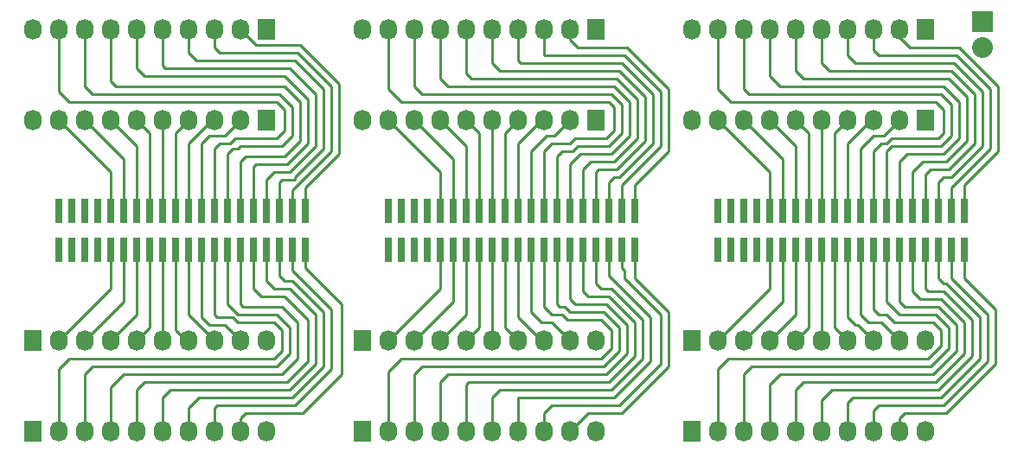
<source format=gtl>
G04 #@! TF.FileFunction,Copper,L1,Top*
%FSLAX46Y46*%
G04 Gerber Fmt 4.6, Leading zero omitted, Abs format (unit mm)*
G04 Created by KiCad (PCBNEW 4.0.0-rc2-stable) date Fri 13 Nov 2015 02:52:16 PM MST*
%MOMM*%
G01*
G04 APERTURE LIST*
%ADD10C,0.150000*%
%ADD11R,2.032000X2.032000*%
%ADD12O,2.032000X2.032000*%
%ADD13R,0.760000X2.400000*%
%ADD14R,1.727200X2.032000*%
%ADD15O,1.727200X2.032000*%
%ADD16C,0.254000*%
G04 APERTURE END LIST*
D10*
D11*
X204978000Y-73152000D03*
D12*
X204978000Y-75692000D03*
D13*
X114554000Y-95504000D03*
X114554000Y-91694000D03*
X115824000Y-91694000D03*
X115824000Y-95504000D03*
X118364000Y-95504000D03*
X118364000Y-91694000D03*
X117094000Y-91694000D03*
X117094000Y-95504000D03*
X119634000Y-91694000D03*
X119634000Y-95504000D03*
X125984000Y-95504000D03*
X125984000Y-91694000D03*
X123444000Y-95504000D03*
X123444000Y-91694000D03*
X124714000Y-91694000D03*
X124714000Y-95504000D03*
X122174000Y-95504000D03*
X122174000Y-91694000D03*
X120904000Y-91694000D03*
X120904000Y-95504000D03*
X133604000Y-95504000D03*
X133604000Y-91694000D03*
X134874000Y-91694000D03*
X134874000Y-95504000D03*
X137414000Y-95504000D03*
X137414000Y-91694000D03*
X136144000Y-91694000D03*
X136144000Y-95504000D03*
X138684000Y-91694000D03*
X138684000Y-95504000D03*
X132334000Y-95504000D03*
X132334000Y-91694000D03*
X129794000Y-95504000D03*
X129794000Y-91694000D03*
X131064000Y-91694000D03*
X131064000Y-95504000D03*
X128524000Y-95504000D03*
X128524000Y-91694000D03*
X127254000Y-91694000D03*
X127254000Y-95504000D03*
X146812000Y-95504000D03*
X146812000Y-91694000D03*
X148082000Y-91694000D03*
X148082000Y-95504000D03*
X150622000Y-95504000D03*
X150622000Y-91694000D03*
X149352000Y-91694000D03*
X149352000Y-95504000D03*
X151892000Y-91694000D03*
X151892000Y-95504000D03*
X158242000Y-95504000D03*
X158242000Y-91694000D03*
X155702000Y-95504000D03*
X155702000Y-91694000D03*
X156972000Y-91694000D03*
X156972000Y-95504000D03*
X154432000Y-95504000D03*
X154432000Y-91694000D03*
X153162000Y-91694000D03*
X153162000Y-95504000D03*
X165862000Y-95504000D03*
X165862000Y-91694000D03*
X167132000Y-91694000D03*
X167132000Y-95504000D03*
X169672000Y-95504000D03*
X169672000Y-91694000D03*
X168402000Y-91694000D03*
X168402000Y-95504000D03*
X170942000Y-91694000D03*
X170942000Y-95504000D03*
X164592000Y-95504000D03*
X164592000Y-91694000D03*
X162052000Y-95504000D03*
X162052000Y-91694000D03*
X163322000Y-91694000D03*
X163322000Y-95504000D03*
X160782000Y-95504000D03*
X160782000Y-91694000D03*
X159512000Y-91694000D03*
X159512000Y-95504000D03*
X179070000Y-95504000D03*
X179070000Y-91694000D03*
X180340000Y-91694000D03*
X180340000Y-95504000D03*
X182880000Y-95504000D03*
X182880000Y-91694000D03*
X181610000Y-91694000D03*
X181610000Y-95504000D03*
X184150000Y-91694000D03*
X184150000Y-95504000D03*
X190500000Y-95504000D03*
X190500000Y-91694000D03*
X187960000Y-95504000D03*
X187960000Y-91694000D03*
X189230000Y-91694000D03*
X189230000Y-95504000D03*
X186690000Y-95504000D03*
X186690000Y-91694000D03*
X185420000Y-91694000D03*
X185420000Y-95504000D03*
X198120000Y-95504000D03*
X198120000Y-91694000D03*
X199390000Y-91694000D03*
X199390000Y-95504000D03*
X201930000Y-95504000D03*
X201930000Y-91694000D03*
X200660000Y-91694000D03*
X200660000Y-95504000D03*
X203200000Y-91694000D03*
X203200000Y-95504000D03*
X196850000Y-95504000D03*
X196850000Y-91694000D03*
X194310000Y-95504000D03*
X194310000Y-91694000D03*
X195580000Y-91694000D03*
X195580000Y-95504000D03*
X193040000Y-95504000D03*
X193040000Y-91694000D03*
X191770000Y-91694000D03*
X191770000Y-95504000D03*
D14*
X112014000Y-104394000D03*
D15*
X114554000Y-104394000D03*
X117094000Y-104394000D03*
X119634000Y-104394000D03*
X122174000Y-104394000D03*
X124714000Y-104394000D03*
X127254000Y-104394000D03*
X129794000Y-104394000D03*
X132334000Y-104394000D03*
X134874000Y-104394000D03*
D14*
X112014000Y-113284000D03*
D15*
X114554000Y-113284000D03*
X117094000Y-113284000D03*
X119634000Y-113284000D03*
X122174000Y-113284000D03*
X124714000Y-113284000D03*
X127254000Y-113284000D03*
X129794000Y-113284000D03*
X132334000Y-113284000D03*
X134874000Y-113284000D03*
D14*
X134874000Y-82804000D03*
D15*
X132334000Y-82804000D03*
X129794000Y-82804000D03*
X127254000Y-82804000D03*
X124714000Y-82804000D03*
X122174000Y-82804000D03*
X119634000Y-82804000D03*
X117094000Y-82804000D03*
X114554000Y-82804000D03*
X112014000Y-82804000D03*
D14*
X134874000Y-73914000D03*
D15*
X132334000Y-73914000D03*
X129794000Y-73914000D03*
X127254000Y-73914000D03*
X124714000Y-73914000D03*
X122174000Y-73914000D03*
X119634000Y-73914000D03*
X117094000Y-73914000D03*
X114554000Y-73914000D03*
X112014000Y-73914000D03*
D14*
X144272000Y-104394000D03*
D15*
X146812000Y-104394000D03*
X149352000Y-104394000D03*
X151892000Y-104394000D03*
X154432000Y-104394000D03*
X156972000Y-104394000D03*
X159512000Y-104394000D03*
X162052000Y-104394000D03*
X164592000Y-104394000D03*
X167132000Y-104394000D03*
D14*
X144272000Y-113284000D03*
D15*
X146812000Y-113284000D03*
X149352000Y-113284000D03*
X151892000Y-113284000D03*
X154432000Y-113284000D03*
X156972000Y-113284000D03*
X159512000Y-113284000D03*
X162052000Y-113284000D03*
X164592000Y-113284000D03*
X167132000Y-113284000D03*
D14*
X167132000Y-82804000D03*
D15*
X164592000Y-82804000D03*
X162052000Y-82804000D03*
X159512000Y-82804000D03*
X156972000Y-82804000D03*
X154432000Y-82804000D03*
X151892000Y-82804000D03*
X149352000Y-82804000D03*
X146812000Y-82804000D03*
X144272000Y-82804000D03*
D14*
X167132000Y-73914000D03*
D15*
X164592000Y-73914000D03*
X162052000Y-73914000D03*
X159512000Y-73914000D03*
X156972000Y-73914000D03*
X154432000Y-73914000D03*
X151892000Y-73914000D03*
X149352000Y-73914000D03*
X146812000Y-73914000D03*
X144272000Y-73914000D03*
D14*
X176530000Y-104394000D03*
D15*
X179070000Y-104394000D03*
X181610000Y-104394000D03*
X184150000Y-104394000D03*
X186690000Y-104394000D03*
X189230000Y-104394000D03*
X191770000Y-104394000D03*
X194310000Y-104394000D03*
X196850000Y-104394000D03*
X199390000Y-104394000D03*
D14*
X176530000Y-113284000D03*
D15*
X179070000Y-113284000D03*
X181610000Y-113284000D03*
X184150000Y-113284000D03*
X186690000Y-113284000D03*
X189230000Y-113284000D03*
X191770000Y-113284000D03*
X194310000Y-113284000D03*
X196850000Y-113284000D03*
X199390000Y-113284000D03*
D14*
X199390000Y-82804000D03*
D15*
X196850000Y-82804000D03*
X194310000Y-82804000D03*
X191770000Y-82804000D03*
X189230000Y-82804000D03*
X186690000Y-82804000D03*
X184150000Y-82804000D03*
X181610000Y-82804000D03*
X179070000Y-82804000D03*
X176530000Y-82804000D03*
D14*
X199390000Y-73914000D03*
D15*
X196850000Y-73914000D03*
X194310000Y-73914000D03*
X191770000Y-73914000D03*
X189230000Y-73914000D03*
X186690000Y-73914000D03*
X184150000Y-73914000D03*
X181610000Y-73914000D03*
X179070000Y-73914000D03*
X176530000Y-73914000D03*
D16*
X119634000Y-95504000D02*
X119634000Y-99314000D01*
X119634000Y-99314000D02*
X114554000Y-104394000D01*
X120904000Y-95504000D02*
X120904000Y-100584000D01*
X120904000Y-100584000D02*
X117094000Y-104394000D01*
X122174000Y-95504000D02*
X122174000Y-101854000D01*
X122174000Y-101854000D02*
X119634000Y-104394000D01*
X123444000Y-95504000D02*
X123444000Y-103124000D01*
X123444000Y-103124000D02*
X122174000Y-104394000D01*
X124714000Y-95504000D02*
X124714000Y-104394000D01*
X125984000Y-95504000D02*
X125984000Y-103378000D01*
X125984000Y-103378000D02*
X127000000Y-104394000D01*
X127000000Y-104394000D02*
X127254000Y-104394000D01*
X127254000Y-95504000D02*
X127254000Y-101854000D01*
X127254000Y-101854000D02*
X129794000Y-104394000D01*
X128524000Y-95504000D02*
X128524000Y-102108000D01*
X130810000Y-102870000D02*
X132334000Y-104394000D01*
X129286000Y-102870000D02*
X130810000Y-102870000D01*
X128524000Y-102108000D02*
X129286000Y-102870000D01*
X129794000Y-95504000D02*
X129794000Y-101854000D01*
X114554000Y-107188000D02*
X114554000Y-113284000D01*
X115570000Y-106172000D02*
X114554000Y-107188000D01*
X135636000Y-106172000D02*
X115570000Y-106172000D01*
X136398000Y-105410000D02*
X135636000Y-106172000D01*
X136398000Y-103378000D02*
X136398000Y-105410000D01*
X135636000Y-102616000D02*
X136398000Y-103378000D01*
X132080000Y-102616000D02*
X135636000Y-102616000D01*
X131572000Y-102108000D02*
X132080000Y-102616000D01*
X130048000Y-102108000D02*
X131572000Y-102108000D01*
X129794000Y-101854000D02*
X130048000Y-102108000D01*
X117094000Y-113284000D02*
X117094000Y-107696000D01*
X131064000Y-100838000D02*
X131064000Y-95504000D01*
X132080000Y-101854000D02*
X131064000Y-100838000D01*
X135890000Y-101854000D02*
X132080000Y-101854000D01*
X137160000Y-103124000D02*
X135890000Y-101854000D01*
X137160000Y-105664000D02*
X137160000Y-103124000D01*
X135890000Y-106934000D02*
X137160000Y-105664000D01*
X117856000Y-106934000D02*
X135890000Y-106934000D01*
X117094000Y-107696000D02*
X117856000Y-106934000D01*
X132334000Y-95504000D02*
X132334000Y-100838000D01*
X119634000Y-108966000D02*
X119634000Y-113284000D01*
X120904000Y-107696000D02*
X119634000Y-108966000D01*
X136398000Y-107696000D02*
X120904000Y-107696000D01*
X137922000Y-106172000D02*
X136398000Y-107696000D01*
X137922000Y-102616000D02*
X137922000Y-106172000D01*
X136398000Y-101092000D02*
X137922000Y-102616000D01*
X132588000Y-101092000D02*
X136398000Y-101092000D01*
X132334000Y-100838000D02*
X132588000Y-101092000D01*
X122174000Y-113284000D02*
X122174000Y-109220000D01*
X133604000Y-99314000D02*
X133604000Y-95504000D01*
X134366000Y-100076000D02*
X133604000Y-99314000D01*
X136652000Y-100076000D02*
X134366000Y-100076000D01*
X138938000Y-102362000D02*
X136652000Y-100076000D01*
X138938000Y-106426000D02*
X138938000Y-102362000D01*
X136906000Y-108458000D02*
X138938000Y-106426000D01*
X122936000Y-108458000D02*
X136906000Y-108458000D01*
X122174000Y-109220000D02*
X122936000Y-108458000D01*
X134874000Y-95504000D02*
X134874000Y-98552000D01*
X124714000Y-109982000D02*
X124714000Y-113284000D01*
X125476000Y-109220000D02*
X124714000Y-109982000D01*
X137160000Y-109220000D02*
X125476000Y-109220000D01*
X139700000Y-106680000D02*
X137160000Y-109220000D01*
X139700000Y-101854000D02*
X139700000Y-106680000D01*
X137160000Y-99314000D02*
X139700000Y-101854000D01*
X135636000Y-99314000D02*
X137160000Y-99314000D01*
X134874000Y-98552000D02*
X135636000Y-99314000D01*
X127254000Y-113284000D02*
X127254000Y-110998000D01*
X136144000Y-98044000D02*
X136144000Y-95504000D01*
X136652000Y-98552000D02*
X136144000Y-98044000D01*
X137414000Y-98552000D02*
X136652000Y-98552000D01*
X140462000Y-101600000D02*
X137414000Y-98552000D01*
X140462000Y-106934000D02*
X140462000Y-101600000D01*
X137414000Y-109982000D02*
X140462000Y-106934000D01*
X128270000Y-109982000D02*
X137414000Y-109982000D01*
X127254000Y-110998000D02*
X128270000Y-109982000D01*
X137414000Y-95504000D02*
X137414000Y-97536000D01*
X129794000Y-110998000D02*
X129794000Y-113284000D01*
X130048000Y-110744000D02*
X129794000Y-110998000D01*
X137668000Y-110744000D02*
X130048000Y-110744000D01*
X141224000Y-107188000D02*
X137668000Y-110744000D01*
X141224000Y-101346000D02*
X141224000Y-107188000D01*
X137414000Y-97536000D02*
X141224000Y-101346000D01*
X132334000Y-113284000D02*
X132334000Y-112014000D01*
X138684000Y-97282000D02*
X138684000Y-95504000D01*
X142240000Y-100838000D02*
X138684000Y-97282000D01*
X142240000Y-107696000D02*
X142240000Y-100838000D01*
X138430000Y-111506000D02*
X142240000Y-107696000D01*
X132842000Y-111506000D02*
X138430000Y-111506000D01*
X132334000Y-112014000D02*
X132842000Y-111506000D01*
X138684000Y-95504000D02*
X138684000Y-96266000D01*
X128524000Y-91694000D02*
X128524000Y-85090000D01*
X130810000Y-84328000D02*
X132334000Y-82804000D01*
X129286000Y-84328000D02*
X130810000Y-84328000D01*
X128524000Y-85090000D02*
X129286000Y-84328000D01*
X127254000Y-91694000D02*
X127254000Y-85090000D01*
X127254000Y-85090000D02*
X129540000Y-82804000D01*
X129540000Y-82804000D02*
X129794000Y-82804000D01*
X125984000Y-91694000D02*
X125984000Y-84074000D01*
X125984000Y-84074000D02*
X127254000Y-82804000D01*
X124714000Y-91694000D02*
X124714000Y-82804000D01*
X123444000Y-91694000D02*
X123444000Y-84074000D01*
X123444000Y-84074000D02*
X122174000Y-82804000D01*
X122174000Y-91694000D02*
X122174000Y-85344000D01*
X122174000Y-85344000D02*
X119634000Y-82804000D01*
X120904000Y-91694000D02*
X120904000Y-86614000D01*
X120904000Y-86614000D02*
X117094000Y-82804000D01*
X117602000Y-82804000D02*
X117094000Y-82804000D01*
X119634000Y-91694000D02*
X119634000Y-87884000D01*
X119634000Y-87884000D02*
X114554000Y-82804000D01*
X138684000Y-91694000D02*
X138684000Y-89408000D01*
X133858000Y-75438000D02*
X132334000Y-73914000D01*
X138176000Y-75438000D02*
X133858000Y-75438000D01*
X141986000Y-79248000D02*
X138176000Y-75438000D01*
X141986000Y-86106000D02*
X141986000Y-79248000D01*
X138684000Y-89408000D02*
X141986000Y-86106000D01*
X129794000Y-73914000D02*
X129794000Y-75692000D01*
X137414000Y-89662000D02*
X137414000Y-91694000D01*
X141224000Y-85852000D02*
X137414000Y-89662000D01*
X141224000Y-79502000D02*
X141224000Y-85852000D01*
X137922000Y-76200000D02*
X141224000Y-79502000D01*
X130302000Y-76200000D02*
X137922000Y-76200000D01*
X129794000Y-75692000D02*
X130302000Y-76200000D01*
X136144000Y-91694000D02*
X136144000Y-88900000D01*
X127254000Y-76200000D02*
X127254000Y-73914000D01*
X128016000Y-76962000D02*
X127254000Y-76200000D01*
X137668000Y-76962000D02*
X128016000Y-76962000D01*
X140462000Y-79756000D02*
X137668000Y-76962000D01*
X140462000Y-85598000D02*
X140462000Y-79756000D01*
X137668000Y-88392000D02*
X140462000Y-85598000D01*
X137668000Y-88646000D02*
X137668000Y-88392000D01*
X136398000Y-88646000D02*
X137668000Y-88646000D01*
X136144000Y-88900000D02*
X136398000Y-88646000D01*
X124714000Y-73914000D02*
X124714000Y-77470000D01*
X134874000Y-88646000D02*
X134874000Y-91694000D01*
X135636000Y-87884000D02*
X134874000Y-88646000D01*
X137160000Y-87884000D02*
X135636000Y-87884000D01*
X139700000Y-85344000D02*
X137160000Y-87884000D01*
X139700000Y-80264000D02*
X139700000Y-85344000D01*
X137160000Y-77724000D02*
X139700000Y-80264000D01*
X124968000Y-77724000D02*
X137160000Y-77724000D01*
X124714000Y-77470000D02*
X124968000Y-77724000D01*
X133604000Y-91694000D02*
X133604000Y-87376000D01*
X122174000Y-77724000D02*
X122174000Y-73914000D01*
X122936000Y-78486000D02*
X122174000Y-77724000D01*
X136652000Y-78486000D02*
X122936000Y-78486000D01*
X138938000Y-80772000D02*
X136652000Y-78486000D01*
X138938000Y-85090000D02*
X138938000Y-80772000D01*
X136906000Y-87122000D02*
X138938000Y-85090000D01*
X133858000Y-87122000D02*
X136906000Y-87122000D01*
X133604000Y-87376000D02*
X133858000Y-87122000D01*
X119634000Y-73914000D02*
X119634000Y-78994000D01*
X132334000Y-86868000D02*
X132334000Y-91694000D01*
X132842000Y-86360000D02*
X132334000Y-86868000D01*
X136652000Y-86360000D02*
X132842000Y-86360000D01*
X138176000Y-84836000D02*
X136652000Y-86360000D01*
X138176000Y-81026000D02*
X138176000Y-84836000D01*
X136652000Y-79502000D02*
X138176000Y-81026000D01*
X120142000Y-79502000D02*
X136652000Y-79502000D01*
X119634000Y-78994000D02*
X120142000Y-79502000D01*
X131064000Y-91694000D02*
X131064000Y-86106000D01*
X117094000Y-79502000D02*
X117094000Y-73914000D01*
X117856000Y-80264000D02*
X117094000Y-79502000D01*
X136144000Y-80264000D02*
X117856000Y-80264000D01*
X136398000Y-80518000D02*
X136144000Y-80264000D01*
X137414000Y-81534000D02*
X136398000Y-80518000D01*
X137414000Y-84328000D02*
X137414000Y-81534000D01*
X136398000Y-85344000D02*
X137414000Y-84328000D01*
X132334000Y-85344000D02*
X136398000Y-85344000D01*
X132080000Y-85598000D02*
X132334000Y-85344000D01*
X131572000Y-85598000D02*
X132080000Y-85598000D01*
X131064000Y-86106000D02*
X131572000Y-85598000D01*
X129794000Y-91694000D02*
X129794000Y-85598000D01*
X114554000Y-80010000D02*
X114554000Y-73914000D01*
X115570000Y-81026000D02*
X114554000Y-80010000D01*
X135890000Y-81026000D02*
X115570000Y-81026000D01*
X136652000Y-81788000D02*
X135890000Y-81026000D01*
X136652000Y-83820000D02*
X136652000Y-81788000D01*
X135890000Y-84582000D02*
X136652000Y-83820000D01*
X131826000Y-84582000D02*
X135890000Y-84582000D01*
X131318000Y-85090000D02*
X131826000Y-84582000D01*
X130302000Y-85090000D02*
X131318000Y-85090000D01*
X129794000Y-85598000D02*
X130302000Y-85090000D01*
X151892000Y-95504000D02*
X151892000Y-99314000D01*
X151892000Y-99314000D02*
X146812000Y-104394000D01*
X153162000Y-95504000D02*
X153162000Y-100584000D01*
X153162000Y-100584000D02*
X149352000Y-104394000D01*
X154432000Y-95504000D02*
X154432000Y-101854000D01*
X154432000Y-101854000D02*
X151892000Y-104394000D01*
X155702000Y-95504000D02*
X155702000Y-103124000D01*
X155702000Y-103124000D02*
X154432000Y-104394000D01*
X156972000Y-95504000D02*
X156972000Y-104394000D01*
X158242000Y-95504000D02*
X158242000Y-103124000D01*
X158242000Y-103124000D02*
X159512000Y-104394000D01*
X159512000Y-95504000D02*
X159512000Y-102108000D01*
X159512000Y-102108000D02*
X161798000Y-104394000D01*
X161798000Y-104394000D02*
X162052000Y-104394000D01*
X160782000Y-95504000D02*
X160782000Y-101600000D01*
X162814000Y-102616000D02*
X164592000Y-104394000D01*
X161798000Y-102616000D02*
X162814000Y-102616000D01*
X160782000Y-101600000D02*
X161798000Y-102616000D01*
X162052000Y-95504000D02*
X162052000Y-101092000D01*
X146812000Y-107442000D02*
X146812000Y-113284000D01*
X148082000Y-106172000D02*
X146812000Y-107442000D01*
X167640000Y-106172000D02*
X148082000Y-106172000D01*
X168656000Y-105156000D02*
X167640000Y-106172000D01*
X168656000Y-103378000D02*
X168656000Y-105156000D01*
X167640000Y-102362000D02*
X168656000Y-103378000D01*
X164338000Y-102362000D02*
X167640000Y-102362000D01*
X163830000Y-101854000D02*
X164338000Y-102362000D01*
X162814000Y-101854000D02*
X163830000Y-101854000D01*
X162052000Y-101092000D02*
X162814000Y-101854000D01*
X163322000Y-95504000D02*
X163322000Y-100838000D01*
X149352000Y-107696000D02*
X149352000Y-113284000D01*
X150114000Y-106934000D02*
X149352000Y-107696000D01*
X167894000Y-106934000D02*
X150114000Y-106934000D01*
X169418000Y-105410000D02*
X167894000Y-106934000D01*
X169418000Y-103124000D02*
X169418000Y-105410000D01*
X167894000Y-101600000D02*
X169418000Y-103124000D01*
X164592000Y-101600000D02*
X167894000Y-101600000D01*
X164084000Y-101092000D02*
X164592000Y-101600000D01*
X163576000Y-101092000D02*
X164084000Y-101092000D01*
X163322000Y-100838000D02*
X163576000Y-101092000D01*
X151892000Y-113284000D02*
X151892000Y-108458000D01*
X164592000Y-100330000D02*
X164592000Y-95504000D01*
X165100000Y-100838000D02*
X164592000Y-100330000D01*
X168148000Y-100838000D02*
X165100000Y-100838000D01*
X170180000Y-102870000D02*
X168148000Y-100838000D01*
X170180000Y-105664000D02*
X170180000Y-102870000D01*
X168148000Y-107696000D02*
X170180000Y-105664000D01*
X152654000Y-107696000D02*
X168148000Y-107696000D01*
X151892000Y-108458000D02*
X152654000Y-107696000D01*
X165862000Y-95504000D02*
X165862000Y-99568000D01*
X154432000Y-108712000D02*
X154432000Y-113284000D01*
X154686000Y-108458000D02*
X154432000Y-108712000D01*
X168402000Y-108458000D02*
X154686000Y-108458000D01*
X168656000Y-108204000D02*
X168402000Y-108458000D01*
X170942000Y-105918000D02*
X168656000Y-108204000D01*
X170942000Y-102616000D02*
X170942000Y-105918000D01*
X168402000Y-100076000D02*
X170942000Y-102616000D01*
X166370000Y-100076000D02*
X168402000Y-100076000D01*
X165862000Y-99568000D02*
X166370000Y-100076000D01*
X156972000Y-113284000D02*
X156972000Y-109982000D01*
X167132000Y-98806000D02*
X167132000Y-95504000D01*
X167640000Y-99314000D02*
X167132000Y-98806000D01*
X168656000Y-99314000D02*
X167640000Y-99314000D01*
X171704000Y-102362000D02*
X168656000Y-99314000D01*
X171704000Y-106172000D02*
X171704000Y-102362000D01*
X168656000Y-109220000D02*
X171704000Y-106172000D01*
X157734000Y-109220000D02*
X168656000Y-109220000D01*
X156972000Y-109982000D02*
X157734000Y-109220000D01*
X168402000Y-95504000D02*
X168402000Y-98044000D01*
X159512000Y-109982000D02*
X159512000Y-113284000D01*
X168910000Y-109982000D02*
X159512000Y-109982000D01*
X172466000Y-106426000D02*
X168910000Y-109982000D01*
X172466000Y-102108000D02*
X172466000Y-106426000D01*
X168402000Y-98044000D02*
X172466000Y-102108000D01*
X162052000Y-113284000D02*
X162052000Y-111506000D01*
X169672000Y-97282000D02*
X169672000Y-95504000D01*
X169926000Y-97536000D02*
X169672000Y-97282000D01*
X169926000Y-98298000D02*
X169926000Y-97536000D01*
X173482000Y-101854000D02*
X169926000Y-98298000D01*
X173482000Y-106680000D02*
X173482000Y-101854000D01*
X169418000Y-110744000D02*
X173482000Y-106680000D01*
X162814000Y-110744000D02*
X169418000Y-110744000D01*
X162052000Y-111506000D02*
X162814000Y-110744000D01*
X170942000Y-95504000D02*
X170942000Y-98298000D01*
X166370000Y-111506000D02*
X164592000Y-113284000D01*
X169672000Y-111506000D02*
X166370000Y-111506000D01*
X174244000Y-106934000D02*
X169672000Y-111506000D01*
X174244000Y-101600000D02*
X174244000Y-106934000D01*
X170942000Y-98298000D02*
X174244000Y-101600000D01*
X160782000Y-91694000D02*
X160782000Y-85852000D01*
X163068000Y-84328000D02*
X164592000Y-82804000D01*
X162306000Y-84328000D02*
X163068000Y-84328000D01*
X160782000Y-85852000D02*
X162306000Y-84328000D01*
X159512000Y-91694000D02*
X159512000Y-85090000D01*
X159512000Y-85090000D02*
X161798000Y-82804000D01*
X161798000Y-82804000D02*
X162052000Y-82804000D01*
X158242000Y-91694000D02*
X158242000Y-84074000D01*
X158242000Y-84074000D02*
X159512000Y-82804000D01*
X156972000Y-91694000D02*
X156972000Y-82804000D01*
X155702000Y-91694000D02*
X155702000Y-84074000D01*
X155702000Y-84074000D02*
X154432000Y-82804000D01*
X154432000Y-91694000D02*
X154432000Y-85344000D01*
X154432000Y-85344000D02*
X151892000Y-82804000D01*
X153162000Y-91694000D02*
X153162000Y-86614000D01*
X153162000Y-86614000D02*
X149352000Y-82804000D01*
X151892000Y-91694000D02*
X151892000Y-87884000D01*
X151892000Y-87884000D02*
X146812000Y-82804000D01*
X164592000Y-73914000D02*
X164592000Y-74930000D01*
X164592000Y-74930000D02*
X165354000Y-75692000D01*
X165354000Y-75692000D02*
X170180000Y-75692000D01*
X170180000Y-75692000D02*
X174244000Y-79756000D01*
X174244000Y-79756000D02*
X174244000Y-85852000D01*
X174244000Y-85852000D02*
X170942000Y-89154000D01*
X170942000Y-89154000D02*
X170942000Y-91694000D01*
X169672000Y-91694000D02*
X169672000Y-89154000D01*
X162052000Y-76454000D02*
X162052000Y-73914000D01*
X169926000Y-76454000D02*
X162052000Y-76454000D01*
X173482000Y-80010000D02*
X169926000Y-76454000D01*
X173482000Y-85344000D02*
X173482000Y-80010000D01*
X173228000Y-85598000D02*
X173482000Y-85344000D01*
X169672000Y-89154000D02*
X173228000Y-85598000D01*
X159512000Y-73914000D02*
X159512000Y-76962000D01*
X168402000Y-88900000D02*
X168402000Y-91694000D01*
X168910000Y-88392000D02*
X168402000Y-88900000D01*
X169418000Y-88392000D02*
X168910000Y-88392000D01*
X172720000Y-85090000D02*
X169418000Y-88392000D01*
X172720000Y-80264000D02*
X172720000Y-85090000D01*
X169672000Y-77216000D02*
X172720000Y-80264000D01*
X159766000Y-77216000D02*
X169672000Y-77216000D01*
X159512000Y-76962000D02*
X159766000Y-77216000D01*
X167132000Y-91694000D02*
X167132000Y-87884000D01*
X156972000Y-77216000D02*
X156972000Y-73914000D01*
X157734000Y-77978000D02*
X156972000Y-77216000D01*
X169418000Y-77978000D02*
X157734000Y-77978000D01*
X171958000Y-80518000D02*
X169418000Y-77978000D01*
X171958000Y-84836000D02*
X171958000Y-80518000D01*
X169164000Y-87630000D02*
X171958000Y-84836000D01*
X167386000Y-87630000D02*
X169164000Y-87630000D01*
X167132000Y-87884000D02*
X167386000Y-87630000D01*
X154432000Y-73914000D02*
X154432000Y-78232000D01*
X165862000Y-87630000D02*
X165862000Y-91694000D01*
X166624000Y-86868000D02*
X165862000Y-87630000D01*
X168910000Y-86868000D02*
X166624000Y-86868000D01*
X171196000Y-84582000D02*
X168910000Y-86868000D01*
X171196000Y-80772000D02*
X171196000Y-84582000D01*
X169164000Y-78740000D02*
X171196000Y-80772000D01*
X154940000Y-78740000D02*
X169164000Y-78740000D01*
X154432000Y-78232000D02*
X154940000Y-78740000D01*
X164592000Y-91694000D02*
X164592000Y-87122000D01*
X151892000Y-78740000D02*
X151892000Y-73914000D01*
X152654000Y-79502000D02*
X151892000Y-78740000D01*
X168910000Y-79502000D02*
X152654000Y-79502000D01*
X170434000Y-81026000D02*
X168910000Y-79502000D01*
X170434000Y-84328000D02*
X170434000Y-81026000D01*
X168656000Y-86106000D02*
X170434000Y-84328000D01*
X165608000Y-86106000D02*
X168656000Y-86106000D01*
X164592000Y-87122000D02*
X165608000Y-86106000D01*
X149352000Y-73914000D02*
X149352000Y-79502000D01*
X163322000Y-86360000D02*
X163322000Y-91694000D01*
X163830000Y-85852000D02*
X163322000Y-86360000D01*
X164846000Y-85852000D02*
X163830000Y-85852000D01*
X165354000Y-85344000D02*
X164846000Y-85852000D01*
X168402000Y-85344000D02*
X165354000Y-85344000D01*
X169672000Y-84074000D02*
X168402000Y-85344000D01*
X169672000Y-81280000D02*
X169672000Y-84074000D01*
X168656000Y-80264000D02*
X169672000Y-81280000D01*
X150114000Y-80264000D02*
X168656000Y-80264000D01*
X149352000Y-79502000D02*
X150114000Y-80264000D01*
X162052000Y-91694000D02*
X162052000Y-85852000D01*
X146812000Y-79756000D02*
X146812000Y-73914000D01*
X148082000Y-81026000D02*
X146812000Y-79756000D01*
X168402000Y-81026000D02*
X148082000Y-81026000D01*
X168910000Y-81534000D02*
X168402000Y-81026000D01*
X168910000Y-83820000D02*
X168910000Y-81534000D01*
X168148000Y-84582000D02*
X168910000Y-83820000D01*
X165100000Y-84582000D02*
X168148000Y-84582000D01*
X164592000Y-85090000D02*
X165100000Y-84582000D01*
X162814000Y-85090000D02*
X164592000Y-85090000D01*
X162052000Y-85852000D02*
X162814000Y-85090000D01*
X184150000Y-95504000D02*
X184150000Y-99314000D01*
X184150000Y-99314000D02*
X179070000Y-104394000D01*
X185420000Y-95504000D02*
X185420000Y-100584000D01*
X185420000Y-100584000D02*
X181610000Y-104394000D01*
X186690000Y-95504000D02*
X186690000Y-101854000D01*
X186690000Y-101854000D02*
X184150000Y-104394000D01*
X187960000Y-95504000D02*
X187960000Y-103124000D01*
X187960000Y-103124000D02*
X186690000Y-104394000D01*
X189230000Y-95504000D02*
X189230000Y-104394000D01*
X190500000Y-95504000D02*
X190500000Y-103124000D01*
X190500000Y-103124000D02*
X191770000Y-104394000D01*
X191770000Y-95504000D02*
X191770000Y-102108000D01*
X192786000Y-102870000D02*
X194310000Y-104394000D01*
X192532000Y-102870000D02*
X192786000Y-102870000D01*
X191770000Y-102108000D02*
X192532000Y-102870000D01*
X193040000Y-95504000D02*
X193040000Y-101854000D01*
X195072000Y-102616000D02*
X196850000Y-104394000D01*
X193802000Y-102616000D02*
X195072000Y-102616000D01*
X193040000Y-101854000D02*
X193802000Y-102616000D01*
X194310000Y-95504000D02*
X194310000Y-101346000D01*
X179070000Y-107188000D02*
X179070000Y-113284000D01*
X180086000Y-106172000D02*
X179070000Y-107188000D01*
X199644000Y-106172000D02*
X180086000Y-106172000D01*
X200914000Y-104902000D02*
X199644000Y-106172000D01*
X200914000Y-103378000D02*
X200914000Y-104902000D01*
X200152000Y-102616000D02*
X200914000Y-103378000D01*
X196342000Y-102616000D02*
X200152000Y-102616000D01*
X195580000Y-101854000D02*
X196342000Y-102616000D01*
X194818000Y-101854000D02*
X195580000Y-101854000D01*
X194310000Y-101346000D02*
X194818000Y-101854000D01*
X181610000Y-113284000D02*
X181610000Y-107696000D01*
X195580000Y-100584000D02*
X195580000Y-95504000D01*
X196850000Y-101854000D02*
X195580000Y-100584000D01*
X200406000Y-101854000D02*
X196850000Y-101854000D01*
X201676000Y-103124000D02*
X200406000Y-101854000D01*
X201676000Y-105156000D02*
X201676000Y-103124000D01*
X199898000Y-106934000D02*
X201676000Y-105156000D01*
X182372000Y-106934000D02*
X199898000Y-106934000D01*
X181610000Y-107696000D02*
X182372000Y-106934000D01*
X196850000Y-95504000D02*
X196850000Y-100584000D01*
X184150000Y-108712000D02*
X184150000Y-113284000D01*
X185166000Y-107696000D02*
X184150000Y-108712000D01*
X200152000Y-107696000D02*
X185166000Y-107696000D01*
X202438000Y-105410000D02*
X200152000Y-107696000D01*
X202438000Y-102870000D02*
X202438000Y-105410000D01*
X200660000Y-101092000D02*
X202438000Y-102870000D01*
X197358000Y-101092000D02*
X200660000Y-101092000D01*
X196850000Y-100584000D02*
X197358000Y-101092000D01*
X186690000Y-113284000D02*
X186690000Y-109220000D01*
X198120000Y-99568000D02*
X198120000Y-95504000D01*
X198882000Y-100330000D02*
X198120000Y-99568000D01*
X200914000Y-100330000D02*
X198882000Y-100330000D01*
X203200000Y-102616000D02*
X200914000Y-100330000D01*
X203200000Y-105664000D02*
X203200000Y-102616000D01*
X200406000Y-108458000D02*
X203200000Y-105664000D01*
X187452000Y-108458000D02*
X200406000Y-108458000D01*
X186690000Y-109220000D02*
X187452000Y-108458000D01*
X199390000Y-95504000D02*
X199390000Y-99314000D01*
X189230000Y-110236000D02*
X189230000Y-113284000D01*
X190246000Y-109220000D02*
X189230000Y-110236000D01*
X200660000Y-109220000D02*
X190246000Y-109220000D01*
X203962000Y-105918000D02*
X200660000Y-109220000D01*
X203962000Y-102362000D02*
X203962000Y-105918000D01*
X201168000Y-99568000D02*
X203962000Y-102362000D01*
X199644000Y-99568000D02*
X201168000Y-99568000D01*
X199390000Y-99314000D02*
X199644000Y-99568000D01*
X191770000Y-113284000D02*
X191770000Y-110490000D01*
X200660000Y-98298000D02*
X200660000Y-95504000D01*
X201168000Y-98806000D02*
X200660000Y-98298000D01*
X201422000Y-98806000D02*
X201168000Y-98806000D01*
X204724000Y-102108000D02*
X201422000Y-98806000D01*
X204724000Y-106172000D02*
X204724000Y-102108000D01*
X200914000Y-109982000D02*
X204724000Y-106172000D01*
X192278000Y-109982000D02*
X200914000Y-109982000D01*
X191770000Y-110490000D02*
X192278000Y-109982000D01*
X201930000Y-95504000D02*
X201930000Y-98298000D01*
X194310000Y-111252000D02*
X194310000Y-113284000D01*
X194818000Y-110744000D02*
X194310000Y-111252000D01*
X201168000Y-110744000D02*
X194818000Y-110744000D01*
X205486000Y-106426000D02*
X201168000Y-110744000D01*
X205486000Y-101854000D02*
X205486000Y-106426000D01*
X201930000Y-98298000D02*
X205486000Y-101854000D01*
X196850000Y-113284000D02*
X196850000Y-112014000D01*
X203200000Y-98298000D02*
X203200000Y-95504000D01*
X206248000Y-101346000D02*
X203200000Y-98298000D01*
X206248000Y-106680000D02*
X206248000Y-101346000D01*
X201422000Y-111506000D02*
X206248000Y-106680000D01*
X197358000Y-111506000D02*
X201422000Y-111506000D01*
X196850000Y-112014000D02*
X197358000Y-111506000D01*
X193040000Y-91694000D02*
X193040000Y-85598000D01*
X195326000Y-84328000D02*
X196850000Y-82804000D01*
X194310000Y-84328000D02*
X195326000Y-84328000D01*
X193040000Y-85598000D02*
X194310000Y-84328000D01*
X191770000Y-91694000D02*
X191770000Y-85090000D01*
X191770000Y-85090000D02*
X194056000Y-82804000D01*
X194056000Y-82804000D02*
X194310000Y-82804000D01*
X190500000Y-91694000D02*
X190500000Y-84074000D01*
X190500000Y-84074000D02*
X191770000Y-82804000D01*
X189230000Y-91694000D02*
X189230000Y-82804000D01*
X187960000Y-91694000D02*
X187960000Y-84074000D01*
X187960000Y-84074000D02*
X186690000Y-82804000D01*
X186690000Y-91694000D02*
X186690000Y-85344000D01*
X186690000Y-85344000D02*
X184150000Y-82804000D01*
X185420000Y-91694000D02*
X185420000Y-86614000D01*
X185420000Y-86614000D02*
X181610000Y-82804000D01*
X184150000Y-91694000D02*
X184150000Y-87884000D01*
X184150000Y-87884000D02*
X179070000Y-82804000D01*
X196850000Y-73914000D02*
X196850000Y-74676000D01*
X196850000Y-74676000D02*
X197866000Y-75692000D01*
X197866000Y-75692000D02*
X202692000Y-75692000D01*
X202692000Y-75692000D02*
X206502000Y-79502000D01*
X206502000Y-79502000D02*
X206502000Y-85852000D01*
X206502000Y-85852000D02*
X203200000Y-89154000D01*
X203200000Y-89154000D02*
X203200000Y-91694000D01*
X201930000Y-91694000D02*
X201930000Y-89408000D01*
X194310000Y-75946000D02*
X194310000Y-73914000D01*
X194818000Y-76454000D02*
X194310000Y-75946000D01*
X202438000Y-76454000D02*
X194818000Y-76454000D01*
X205740000Y-79756000D02*
X202438000Y-76454000D01*
X205740000Y-85598000D02*
X205740000Y-79756000D01*
X201930000Y-89408000D02*
X205740000Y-85598000D01*
X191770000Y-73914000D02*
X191770000Y-76454000D01*
X200660000Y-88900000D02*
X200660000Y-91694000D01*
X201168000Y-88392000D02*
X200660000Y-88900000D01*
X201930000Y-88392000D02*
X201168000Y-88392000D01*
X204978000Y-85344000D02*
X201930000Y-88392000D01*
X204978000Y-80010000D02*
X204978000Y-85344000D01*
X202184000Y-77216000D02*
X204978000Y-80010000D01*
X192532000Y-77216000D02*
X202184000Y-77216000D01*
X191770000Y-76454000D02*
X192532000Y-77216000D01*
X199390000Y-91694000D02*
X199390000Y-88138000D01*
X189230000Y-77216000D02*
X189230000Y-73914000D01*
X189992000Y-77978000D02*
X189230000Y-77216000D01*
X201930000Y-77978000D02*
X189992000Y-77978000D01*
X204216000Y-80264000D02*
X201930000Y-77978000D01*
X204216000Y-85090000D02*
X204216000Y-80264000D01*
X201676000Y-87630000D02*
X204216000Y-85090000D01*
X199898000Y-87630000D02*
X201676000Y-87630000D01*
X199390000Y-88138000D02*
X199898000Y-87630000D01*
X186690000Y-73914000D02*
X186690000Y-77978000D01*
X198120000Y-87884000D02*
X198120000Y-91694000D01*
X199136000Y-86868000D02*
X198120000Y-87884000D01*
X201422000Y-86868000D02*
X199136000Y-86868000D01*
X203454000Y-84836000D02*
X201422000Y-86868000D01*
X203454000Y-80518000D02*
X203454000Y-84836000D01*
X201676000Y-78740000D02*
X203454000Y-80518000D01*
X187452000Y-78740000D02*
X201676000Y-78740000D01*
X186690000Y-77978000D02*
X187452000Y-78740000D01*
X196850000Y-91694000D02*
X196850000Y-86868000D01*
X184150000Y-78486000D02*
X184150000Y-73914000D01*
X185166000Y-79502000D02*
X184150000Y-78486000D01*
X201168000Y-79502000D02*
X185166000Y-79502000D01*
X202692000Y-81026000D02*
X201168000Y-79502000D01*
X202692000Y-84582000D02*
X202692000Y-81026000D01*
X201168000Y-86106000D02*
X202692000Y-84582000D01*
X197612000Y-86106000D02*
X201168000Y-86106000D01*
X196850000Y-86868000D02*
X197612000Y-86106000D01*
X181610000Y-73914000D02*
X181610000Y-79756000D01*
X195580000Y-85852000D02*
X195580000Y-91694000D01*
X196088000Y-85344000D02*
X195580000Y-85852000D01*
X200914000Y-85344000D02*
X196088000Y-85344000D01*
X201930000Y-84328000D02*
X200914000Y-85344000D01*
X201930000Y-81280000D02*
X201930000Y-84328000D01*
X200914000Y-80264000D02*
X201930000Y-81280000D01*
X182118000Y-80264000D02*
X200914000Y-80264000D01*
X181610000Y-79756000D02*
X182118000Y-80264000D01*
X194310000Y-91694000D02*
X194310000Y-85852000D01*
X179070000Y-79756000D02*
X179070000Y-73914000D01*
X180340000Y-81026000D02*
X179070000Y-79756000D01*
X200406000Y-81026000D02*
X180340000Y-81026000D01*
X201168000Y-81788000D02*
X200406000Y-81026000D01*
X201168000Y-84074000D02*
X201168000Y-81788000D01*
X200660000Y-84582000D02*
X201168000Y-84074000D01*
X196088000Y-84582000D02*
X200660000Y-84582000D01*
X195580000Y-85090000D02*
X196088000Y-84582000D01*
X195072000Y-85090000D02*
X195580000Y-85090000D01*
X194310000Y-85852000D02*
X195072000Y-85090000D01*
M02*

</source>
